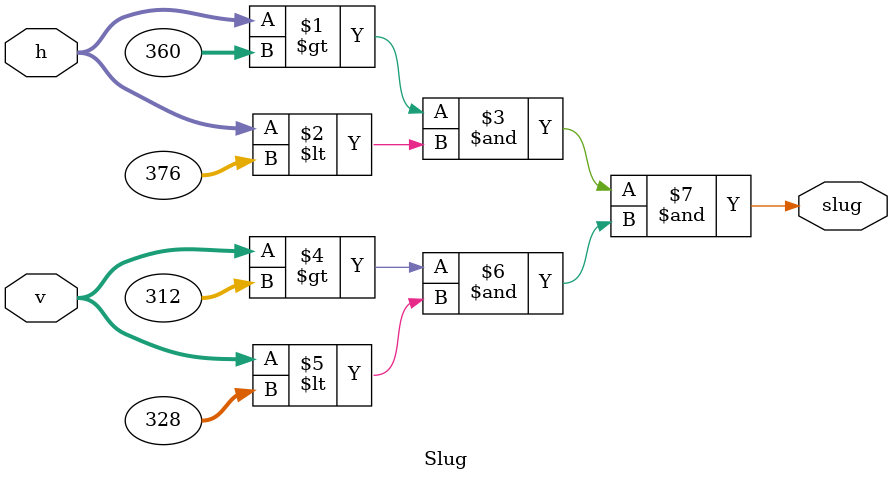
<source format=v>
`timescale 1ns / 1ps


module Slug(
    input [14:0] h, v,
    output slug
    );
    
    assign slug = ((h > 360) & (h < 376)) & ((v > 312) & (v < 328));
    
endmodule

</source>
